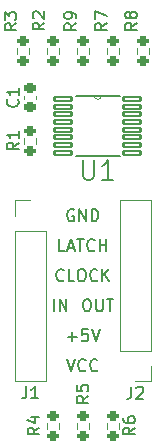
<source format=gto>
%TF.GenerationSoftware,KiCad,Pcbnew,6.0.11*%
%TF.CreationDate,2024-07-26T21:25:56+01:00*%
%TF.ProjectId,7Backpack,37426163-6b70-4616-936b-2e6b69636164,rev?*%
%TF.SameCoordinates,Original*%
%TF.FileFunction,Legend,Top*%
%TF.FilePolarity,Positive*%
%FSLAX46Y46*%
G04 Gerber Fmt 4.6, Leading zero omitted, Abs format (unit mm)*
G04 Created by KiCad (PCBNEW 6.0.11) date 2024-07-26 21:25:56*
%MOMM*%
%LPD*%
G01*
G04 APERTURE LIST*
G04 Aperture macros list*
%AMRoundRect*
0 Rectangle with rounded corners*
0 $1 Rounding radius*
0 $2 $3 $4 $5 $6 $7 $8 $9 X,Y pos of 4 corners*
0 Add a 4 corners polygon primitive as box body*
4,1,4,$2,$3,$4,$5,$6,$7,$8,$9,$2,$3,0*
0 Add four circle primitives for the rounded corners*
1,1,$1+$1,$2,$3*
1,1,$1+$1,$4,$5*
1,1,$1+$1,$6,$7*
1,1,$1+$1,$8,$9*
0 Add four rect primitives between the rounded corners*
20,1,$1+$1,$2,$3,$4,$5,0*
20,1,$1+$1,$4,$5,$6,$7,0*
20,1,$1+$1,$6,$7,$8,$9,0*
20,1,$1+$1,$8,$9,$2,$3,0*%
G04 Aperture macros list end*
%ADD10C,0.150000*%
%ADD11C,0.120000*%
%ADD12C,0.152400*%
%ADD13C,0.100000*%
%ADD14RoundRect,0.200000X-0.275000X0.200000X-0.275000X-0.200000X0.275000X-0.200000X0.275000X0.200000X0*%
%ADD15RoundRect,0.200000X0.275000X-0.200000X0.275000X0.200000X-0.275000X0.200000X-0.275000X-0.200000X0*%
%ADD16R,1.700000X1.700000*%
%ADD17O,1.700000X1.700000*%
%ADD18RoundRect,0.225000X0.250000X-0.225000X0.250000X0.225000X-0.250000X0.225000X-0.250000X-0.225000X0*%
%ADD19RoundRect,0.102000X-0.736600X-0.177800X0.736600X-0.177800X0.736600X0.177800X-0.736600X0.177800X0*%
%ADD20RoundRect,0.102000X0.609000X-0.609000X0.609000X0.609000X-0.609000X0.609000X-0.609000X-0.609000X0*%
%ADD21C,1.422000*%
G04 APERTURE END LIST*
D10*
X103886190Y-113482380D02*
X103410000Y-113482380D01*
X103410000Y-112482380D01*
X104171904Y-113196666D02*
X104648095Y-113196666D01*
X104076666Y-113482380D02*
X104410000Y-112482380D01*
X104743333Y-113482380D01*
X104933809Y-112482380D02*
X105505238Y-112482380D01*
X105219523Y-113482380D02*
X105219523Y-112482380D01*
X106410000Y-113387142D02*
X106362380Y-113434761D01*
X106219523Y-113482380D01*
X106124285Y-113482380D01*
X105981428Y-113434761D01*
X105886190Y-113339523D01*
X105838571Y-113244285D01*
X105790952Y-113053809D01*
X105790952Y-112910952D01*
X105838571Y-112720476D01*
X105886190Y-112625238D01*
X105981428Y-112530000D01*
X106124285Y-112482380D01*
X106219523Y-112482380D01*
X106362380Y-112530000D01*
X106410000Y-112577619D01*
X106838571Y-113482380D02*
X106838571Y-112482380D01*
X106838571Y-112958571D02*
X107410000Y-112958571D01*
X107410000Y-113482380D02*
X107410000Y-112482380D01*
X103790952Y-115927142D02*
X103743333Y-115974761D01*
X103600476Y-116022380D01*
X103505238Y-116022380D01*
X103362380Y-115974761D01*
X103267142Y-115879523D01*
X103219523Y-115784285D01*
X103171904Y-115593809D01*
X103171904Y-115450952D01*
X103219523Y-115260476D01*
X103267142Y-115165238D01*
X103362380Y-115070000D01*
X103505238Y-115022380D01*
X103600476Y-115022380D01*
X103743333Y-115070000D01*
X103790952Y-115117619D01*
X104695714Y-116022380D02*
X104219523Y-116022380D01*
X104219523Y-115022380D01*
X105219523Y-115022380D02*
X105410000Y-115022380D01*
X105505238Y-115070000D01*
X105600476Y-115165238D01*
X105648095Y-115355714D01*
X105648095Y-115689047D01*
X105600476Y-115879523D01*
X105505238Y-115974761D01*
X105410000Y-116022380D01*
X105219523Y-116022380D01*
X105124285Y-115974761D01*
X105029047Y-115879523D01*
X104981428Y-115689047D01*
X104981428Y-115355714D01*
X105029047Y-115165238D01*
X105124285Y-115070000D01*
X105219523Y-115022380D01*
X106648095Y-115927142D02*
X106600476Y-115974761D01*
X106457619Y-116022380D01*
X106362380Y-116022380D01*
X106219523Y-115974761D01*
X106124285Y-115879523D01*
X106076666Y-115784285D01*
X106029047Y-115593809D01*
X106029047Y-115450952D01*
X106076666Y-115260476D01*
X106124285Y-115165238D01*
X106219523Y-115070000D01*
X106362380Y-115022380D01*
X106457619Y-115022380D01*
X106600476Y-115070000D01*
X106648095Y-115117619D01*
X107076666Y-116022380D02*
X107076666Y-115022380D01*
X107648095Y-116022380D02*
X107219523Y-115450952D01*
X107648095Y-115022380D02*
X107076666Y-115593809D01*
X104076666Y-122642380D02*
X104410000Y-123642380D01*
X104743333Y-122642380D01*
X105648095Y-123547142D02*
X105600476Y-123594761D01*
X105457619Y-123642380D01*
X105362380Y-123642380D01*
X105219523Y-123594761D01*
X105124285Y-123499523D01*
X105076666Y-123404285D01*
X105029047Y-123213809D01*
X105029047Y-123070952D01*
X105076666Y-122880476D01*
X105124285Y-122785238D01*
X105219523Y-122690000D01*
X105362380Y-122642380D01*
X105457619Y-122642380D01*
X105600476Y-122690000D01*
X105648095Y-122737619D01*
X106648095Y-123547142D02*
X106600476Y-123594761D01*
X106457619Y-123642380D01*
X106362380Y-123642380D01*
X106219523Y-123594761D01*
X106124285Y-123499523D01*
X106076666Y-123404285D01*
X106029047Y-123213809D01*
X106029047Y-123070952D01*
X106076666Y-122880476D01*
X106124285Y-122785238D01*
X106219523Y-122690000D01*
X106362380Y-122642380D01*
X106457619Y-122642380D01*
X106600476Y-122690000D01*
X106648095Y-122737619D01*
X102981190Y-118562380D02*
X102981190Y-117562380D01*
X103457380Y-118562380D02*
X103457380Y-117562380D01*
X104028809Y-118562380D01*
X104028809Y-117562380D01*
X105680000Y-117562380D02*
X105870476Y-117562380D01*
X105965714Y-117610000D01*
X106060952Y-117705238D01*
X106108571Y-117895714D01*
X106108571Y-118229047D01*
X106060952Y-118419523D01*
X105965714Y-118514761D01*
X105870476Y-118562380D01*
X105680000Y-118562380D01*
X105584761Y-118514761D01*
X105489523Y-118419523D01*
X105441904Y-118229047D01*
X105441904Y-117895714D01*
X105489523Y-117705238D01*
X105584761Y-117610000D01*
X105680000Y-117562380D01*
X106537142Y-117562380D02*
X106537142Y-118371904D01*
X106584761Y-118467142D01*
X106632380Y-118514761D01*
X106727619Y-118562380D01*
X106918095Y-118562380D01*
X107013333Y-118514761D01*
X107060952Y-118467142D01*
X107108571Y-118371904D01*
X107108571Y-117562380D01*
X107441904Y-117562380D02*
X108013333Y-117562380D01*
X107727619Y-118562380D02*
X107727619Y-117562380D01*
X104124285Y-120721428D02*
X104886190Y-120721428D01*
X104505238Y-121102380D02*
X104505238Y-120340476D01*
X105838571Y-120102380D02*
X105362380Y-120102380D01*
X105314761Y-120578571D01*
X105362380Y-120530952D01*
X105457619Y-120483333D01*
X105695714Y-120483333D01*
X105790952Y-120530952D01*
X105838571Y-120578571D01*
X105886190Y-120673809D01*
X105886190Y-120911904D01*
X105838571Y-121007142D01*
X105790952Y-121054761D01*
X105695714Y-121102380D01*
X105457619Y-121102380D01*
X105362380Y-121054761D01*
X105314761Y-121007142D01*
X106171904Y-120102380D02*
X106505238Y-121102380D01*
X106838571Y-120102380D01*
X104648095Y-109990000D02*
X104552857Y-109942380D01*
X104410000Y-109942380D01*
X104267142Y-109990000D01*
X104171904Y-110085238D01*
X104124285Y-110180476D01*
X104076666Y-110370952D01*
X104076666Y-110513809D01*
X104124285Y-110704285D01*
X104171904Y-110799523D01*
X104267142Y-110894761D01*
X104410000Y-110942380D01*
X104505238Y-110942380D01*
X104648095Y-110894761D01*
X104695714Y-110847142D01*
X104695714Y-110513809D01*
X104505238Y-110513809D01*
X105124285Y-110942380D02*
X105124285Y-109942380D01*
X105695714Y-110942380D01*
X105695714Y-109942380D01*
X106171904Y-110942380D02*
X106171904Y-109942380D01*
X106410000Y-109942380D01*
X106552857Y-109990000D01*
X106648095Y-110085238D01*
X106695714Y-110180476D01*
X106743333Y-110370952D01*
X106743333Y-110513809D01*
X106695714Y-110704285D01*
X106648095Y-110799523D01*
X106552857Y-110894761D01*
X106410000Y-110942380D01*
X106171904Y-110942380D01*
%TO.C,R4*%
X101736002Y-128419769D02*
X101259812Y-128753103D01*
X101736002Y-128991198D02*
X100736002Y-128991198D01*
X100736002Y-128610245D01*
X100783622Y-128515007D01*
X100831241Y-128467388D01*
X100926479Y-128419769D01*
X101069336Y-128419769D01*
X101164574Y-128467388D01*
X101212193Y-128515007D01*
X101259812Y-128610245D01*
X101259812Y-128991198D01*
X101069336Y-127562626D02*
X101736002Y-127562626D01*
X100688383Y-127800722D02*
X101402669Y-128038817D01*
X101402669Y-127419769D01*
%TO.C,R9*%
X104853160Y-94198293D02*
X104376970Y-94531627D01*
X104853160Y-94769722D02*
X103853160Y-94769722D01*
X103853160Y-94388769D01*
X103900780Y-94293531D01*
X103948399Y-94245912D01*
X104043637Y-94198293D01*
X104186494Y-94198293D01*
X104281732Y-94245912D01*
X104329351Y-94293531D01*
X104376970Y-94388769D01*
X104376970Y-94769722D01*
X104853160Y-93722103D02*
X104853160Y-93531627D01*
X104805541Y-93436388D01*
X104757922Y-93388769D01*
X104615065Y-93293531D01*
X104424589Y-93245912D01*
X104043637Y-93245912D01*
X103948399Y-93293531D01*
X103900780Y-93341150D01*
X103853160Y-93436388D01*
X103853160Y-93626865D01*
X103900780Y-93722103D01*
X103948399Y-93769722D01*
X104043637Y-93817341D01*
X104281732Y-93817341D01*
X104376970Y-93769722D01*
X104424589Y-93722103D01*
X104472208Y-93626865D01*
X104472208Y-93436388D01*
X104424589Y-93341150D01*
X104376970Y-93293531D01*
X104281732Y-93245912D01*
%TO.C,R8*%
X110002983Y-94159572D02*
X109526793Y-94492906D01*
X110002983Y-94731001D02*
X109002983Y-94731001D01*
X109002983Y-94350048D01*
X109050603Y-94254810D01*
X109098222Y-94207191D01*
X109193460Y-94159572D01*
X109336317Y-94159572D01*
X109431555Y-94207191D01*
X109479174Y-94254810D01*
X109526793Y-94350048D01*
X109526793Y-94731001D01*
X109431555Y-93588144D02*
X109383936Y-93683382D01*
X109336317Y-93731001D01*
X109241079Y-93778620D01*
X109193460Y-93778620D01*
X109098222Y-93731001D01*
X109050603Y-93683382D01*
X109002983Y-93588144D01*
X109002983Y-93397667D01*
X109050603Y-93302429D01*
X109098222Y-93254810D01*
X109193460Y-93207191D01*
X109241079Y-93207191D01*
X109336317Y-93254810D01*
X109383936Y-93302429D01*
X109431555Y-93397667D01*
X109431555Y-93588144D01*
X109479174Y-93683382D01*
X109526793Y-93731001D01*
X109622031Y-93778620D01*
X109812507Y-93778620D01*
X109907745Y-93731001D01*
X109955364Y-93683382D01*
X110002983Y-93588144D01*
X110002983Y-93397667D01*
X109955364Y-93302429D01*
X109907745Y-93254810D01*
X109812507Y-93207191D01*
X109622031Y-93207191D01*
X109526793Y-93254810D01*
X109479174Y-93302429D01*
X109431555Y-93397667D01*
%TO.C,R7*%
X107460339Y-94185386D02*
X106984149Y-94518720D01*
X107460339Y-94756815D02*
X106460339Y-94756815D01*
X106460339Y-94375862D01*
X106507959Y-94280624D01*
X106555578Y-94233005D01*
X106650816Y-94185386D01*
X106793673Y-94185386D01*
X106888911Y-94233005D01*
X106936530Y-94280624D01*
X106984149Y-94375862D01*
X106984149Y-94756815D01*
X106460339Y-93852053D02*
X106460339Y-93185386D01*
X107460339Y-93613958D01*
%TO.C,J1*%
X100631666Y-124940764D02*
X100631666Y-125655050D01*
X100584047Y-125797907D01*
X100488809Y-125893145D01*
X100345952Y-125940764D01*
X100250714Y-125940764D01*
X101631666Y-125940764D02*
X101060238Y-125940764D01*
X101345952Y-125940764D02*
X101345952Y-124940764D01*
X101250714Y-125083622D01*
X101155476Y-125178860D01*
X101060238Y-125226479D01*
%TO.C,C1*%
X99892142Y-100637266D02*
X99939761Y-100684885D01*
X99987380Y-100827742D01*
X99987380Y-100922980D01*
X99939761Y-101065838D01*
X99844523Y-101161076D01*
X99749285Y-101208695D01*
X99558809Y-101256314D01*
X99415952Y-101256314D01*
X99225476Y-101208695D01*
X99130238Y-101161076D01*
X99035000Y-101065838D01*
X98987380Y-100922980D01*
X98987380Y-100827742D01*
X99035000Y-100684885D01*
X99082619Y-100637266D01*
X99987380Y-99684885D02*
X99987380Y-100256314D01*
X99987380Y-99970600D02*
X98987380Y-99970600D01*
X99130238Y-100065838D01*
X99225476Y-100161076D01*
X99273095Y-100256314D01*
%TO.C,R5*%
X105884358Y-125743410D02*
X105408168Y-126076744D01*
X105884358Y-126314839D02*
X104884358Y-126314839D01*
X104884358Y-125933886D01*
X104931978Y-125838648D01*
X104979597Y-125791029D01*
X105074835Y-125743410D01*
X105217692Y-125743410D01*
X105312930Y-125791029D01*
X105360549Y-125838648D01*
X105408168Y-125933886D01*
X105408168Y-126314839D01*
X104884358Y-124838648D02*
X104884358Y-125314839D01*
X105360549Y-125362458D01*
X105312930Y-125314839D01*
X105265311Y-125219601D01*
X105265311Y-124981505D01*
X105312930Y-124886267D01*
X105360549Y-124838648D01*
X105455787Y-124791029D01*
X105693882Y-124791029D01*
X105789120Y-124838648D01*
X105836739Y-124886267D01*
X105884358Y-124981505D01*
X105884358Y-125219601D01*
X105836739Y-125314839D01*
X105789120Y-125362458D01*
%TO.C,U1*%
X105427842Y-105780011D02*
X105427842Y-107110429D01*
X105506102Y-107266948D01*
X105584362Y-107345208D01*
X105740881Y-107423468D01*
X106053921Y-107423468D01*
X106210440Y-107345208D01*
X106288700Y-107266948D01*
X106366960Y-107110429D01*
X106366960Y-105780011D01*
X108010417Y-107423468D02*
X107071299Y-107423468D01*
X107540858Y-107423468D02*
X107540858Y-105780011D01*
X107384338Y-106014791D01*
X107227819Y-106171310D01*
X107071299Y-106249570D01*
%TO.C,R1*%
X99987380Y-104306666D02*
X99511190Y-104640000D01*
X99987380Y-104878095D02*
X98987380Y-104878095D01*
X98987380Y-104497142D01*
X99035000Y-104401904D01*
X99082619Y-104354285D01*
X99177857Y-104306666D01*
X99320714Y-104306666D01*
X99415952Y-104354285D01*
X99463571Y-104401904D01*
X99511190Y-104497142D01*
X99511190Y-104878095D01*
X99987380Y-103354285D02*
X99987380Y-103925714D01*
X99987380Y-103640000D02*
X98987380Y-103640000D01*
X99130238Y-103735238D01*
X99225476Y-103830476D01*
X99273095Y-103925714D01*
%TO.C,R6*%
X109832380Y-128436666D02*
X109356190Y-128770000D01*
X109832380Y-129008095D02*
X108832380Y-129008095D01*
X108832380Y-128627142D01*
X108880000Y-128531904D01*
X108927619Y-128484285D01*
X109022857Y-128436666D01*
X109165714Y-128436666D01*
X109260952Y-128484285D01*
X109308571Y-128531904D01*
X109356190Y-128627142D01*
X109356190Y-129008095D01*
X108832380Y-127579523D02*
X108832380Y-127770000D01*
X108880000Y-127865238D01*
X108927619Y-127912857D01*
X109070476Y-128008095D01*
X109260952Y-128055714D01*
X109641904Y-128055714D01*
X109737142Y-128008095D01*
X109784761Y-127960476D01*
X109832380Y-127865238D01*
X109832380Y-127674761D01*
X109784761Y-127579523D01*
X109737142Y-127531904D01*
X109641904Y-127484285D01*
X109403809Y-127484285D01*
X109308571Y-127531904D01*
X109260952Y-127579523D01*
X109213333Y-127674761D01*
X109213333Y-127865238D01*
X109260952Y-127960476D01*
X109308571Y-128008095D01*
X109403809Y-128055714D01*
%TO.C,R3*%
X99793685Y-94211200D02*
X99317495Y-94544534D01*
X99793685Y-94782629D02*
X98793685Y-94782629D01*
X98793685Y-94401676D01*
X98841305Y-94306438D01*
X98888924Y-94258819D01*
X98984162Y-94211200D01*
X99127019Y-94211200D01*
X99222257Y-94258819D01*
X99269876Y-94306438D01*
X99317495Y-94401676D01*
X99317495Y-94782629D01*
X98793685Y-93877867D02*
X98793685Y-93258819D01*
X99174638Y-93592153D01*
X99174638Y-93449295D01*
X99222257Y-93354057D01*
X99269876Y-93306438D01*
X99365114Y-93258819D01*
X99603209Y-93258819D01*
X99698447Y-93306438D01*
X99746066Y-93354057D01*
X99793685Y-93449295D01*
X99793685Y-93735010D01*
X99746066Y-93830248D01*
X99698447Y-93877867D01*
%TO.C,R2*%
X102168541Y-94146666D02*
X101692351Y-94480000D01*
X102168541Y-94718095D02*
X101168541Y-94718095D01*
X101168541Y-94337142D01*
X101216161Y-94241904D01*
X101263780Y-94194285D01*
X101359018Y-94146666D01*
X101501875Y-94146666D01*
X101597113Y-94194285D01*
X101644732Y-94241904D01*
X101692351Y-94337142D01*
X101692351Y-94718095D01*
X101263780Y-93765714D02*
X101216161Y-93718095D01*
X101168541Y-93622857D01*
X101168541Y-93384761D01*
X101216161Y-93289523D01*
X101263780Y-93241904D01*
X101359018Y-93194285D01*
X101454256Y-93194285D01*
X101597113Y-93241904D01*
X102168541Y-93813333D01*
X102168541Y-93194285D01*
%TO.C,J2*%
X109521666Y-124972380D02*
X109521666Y-125686666D01*
X109474047Y-125829523D01*
X109378809Y-125924761D01*
X109235952Y-125972380D01*
X109140714Y-125972380D01*
X109950238Y-125067619D02*
X109997857Y-125020000D01*
X110093095Y-124972380D01*
X110331190Y-124972380D01*
X110426428Y-125020000D01*
X110474047Y-125067619D01*
X110521666Y-125162857D01*
X110521666Y-125258095D01*
X110474047Y-125400952D01*
X109902619Y-125972380D01*
X110521666Y-125972380D01*
D11*
%TO.C,R4*%
X103392500Y-128032742D02*
X103392500Y-128507258D01*
X102347500Y-128032742D02*
X102347500Y-128507258D01*
%TO.C,R9*%
X104887500Y-96757258D02*
X104887500Y-96282742D01*
X105932500Y-96757258D02*
X105932500Y-96282742D01*
%TO.C,R8*%
X109967500Y-96757258D02*
X109967500Y-96282742D01*
X111012500Y-96757258D02*
X111012500Y-96282742D01*
%TO.C,R7*%
X108472500Y-96757258D02*
X108472500Y-96282742D01*
X107427500Y-96757258D02*
X107427500Y-96282742D01*
%TO.C,J1*%
X99635000Y-111760000D02*
X102295000Y-111760000D01*
X99635000Y-109160000D02*
X100965000Y-109160000D01*
X99635000Y-111760000D02*
X99635000Y-124520000D01*
X102295000Y-111760000D02*
X102295000Y-124520000D01*
X99635000Y-124520000D02*
X102295000Y-124520000D01*
X99635000Y-110490000D02*
X99635000Y-109160000D01*
%TO.C,C1*%
X101475000Y-100611180D02*
X101475000Y-100330020D01*
X100455000Y-100611180D02*
X100455000Y-100330020D01*
%TO.C,R5*%
X105932500Y-128032742D02*
X105932500Y-128507258D01*
X104887500Y-128032742D02*
X104887500Y-128507258D01*
D12*
%TO.C,U1*%
X104800400Y-105410000D02*
X108559600Y-105410000D01*
X108559600Y-100330000D02*
X106984800Y-100330000D01*
X106375200Y-100330000D02*
X104800400Y-100330000D01*
X106984800Y-100330000D02*
X106375200Y-100330000D01*
D13*
X106375200Y-100330000D02*
G75*
G03*
X106984800Y-100330000I304800J0D01*
G01*
D11*
%TO.C,R1*%
X100442500Y-104377258D02*
X100442500Y-103902742D01*
X101487500Y-104377258D02*
X101487500Y-103902742D01*
%TO.C,R6*%
X107427500Y-128032742D02*
X107427500Y-128507258D01*
X108472500Y-128032742D02*
X108472500Y-128507258D01*
%TO.C,R3*%
X99807500Y-96757258D02*
X99807500Y-96282742D01*
X100852500Y-96757258D02*
X100852500Y-96282742D01*
%TO.C,R2*%
X102347500Y-96757258D02*
X102347500Y-96282742D01*
X103392500Y-96757258D02*
X103392500Y-96282742D01*
%TO.C,J2*%
X111185000Y-121920000D02*
X108525000Y-121920000D01*
X111185000Y-109160000D02*
X108525000Y-109160000D01*
X111185000Y-124520000D02*
X109855000Y-124520000D01*
X111185000Y-123190000D02*
X111185000Y-124520000D01*
X111185000Y-121920000D02*
X111185000Y-109160000D01*
X108525000Y-121920000D02*
X108525000Y-109160000D01*
%TD*%
%LPC*%
D14*
%TO.C,R4*%
X102870000Y-127445000D03*
X102870000Y-129095000D03*
%TD*%
D15*
%TO.C,R9*%
X105410000Y-97345000D03*
X105410000Y-95695000D03*
%TD*%
%TO.C,R8*%
X110490000Y-97345000D03*
X110490000Y-95695000D03*
%TD*%
%TO.C,R7*%
X107950000Y-97345000D03*
X107950000Y-95695000D03*
%TD*%
D16*
%TO.C,J1*%
X100965000Y-110490000D03*
D17*
X100965000Y-113030000D03*
X100965000Y-115570000D03*
X100965000Y-118110000D03*
X100965000Y-120650000D03*
X100965000Y-123190000D03*
%TD*%
D18*
%TO.C,C1*%
X100965000Y-101245600D03*
X100965000Y-99695600D03*
%TD*%
D14*
%TO.C,R5*%
X105410000Y-127445000D03*
X105410000Y-129095000D03*
%TD*%
D19*
%TO.C,U1*%
X103759000Y-100584000D03*
X103759000Y-101244400D03*
X103759000Y-101904800D03*
X103759000Y-102539800D03*
X103759000Y-103200200D03*
X103759000Y-103835200D03*
X103759000Y-104495600D03*
X103759000Y-105156000D03*
X109601000Y-105156000D03*
X109601000Y-104495600D03*
X109601000Y-103835200D03*
X109601000Y-103200200D03*
X109601000Y-102539800D03*
X109601000Y-101904800D03*
X109601000Y-101244400D03*
X109601000Y-100584000D03*
%TD*%
D15*
%TO.C,R1*%
X100965000Y-104965000D03*
X100965000Y-103315000D03*
%TD*%
D14*
%TO.C,R6*%
X107950000Y-127445000D03*
X107950000Y-129095000D03*
%TD*%
D15*
%TO.C,R3*%
X100330000Y-97345000D03*
X100330000Y-95695000D03*
%TD*%
%TO.C,R2*%
X102870000Y-97345000D03*
X102870000Y-95695000D03*
%TD*%
D16*
%TO.C,J2*%
X109855000Y-123190000D03*
D17*
X109855000Y-120650000D03*
X109855000Y-118110000D03*
X109855000Y-115570000D03*
X109855000Y-113030000D03*
X109855000Y-110490000D03*
%TD*%
D20*
%TO.C,U2*%
X110490000Y-132428500D03*
D21*
X107950000Y-132428500D03*
X105410000Y-132428500D03*
X102870000Y-132428500D03*
X100330000Y-132428500D03*
X100330000Y-84428500D03*
X100330000Y-72428500D03*
X100330000Y-92428500D03*
X100330000Y-53688500D03*
X102870000Y-84428500D03*
X102870000Y-53688500D03*
X102870000Y-72428500D03*
X102870000Y-92428500D03*
X105410000Y-84428500D03*
X105410000Y-53688500D03*
X105410000Y-72428500D03*
X105410000Y-92428500D03*
X107950000Y-53688500D03*
X107950000Y-92428500D03*
X107950000Y-72428500D03*
X107950000Y-84428500D03*
X110490000Y-84428500D03*
X110490000Y-92428500D03*
X110490000Y-72428500D03*
X110490000Y-53688500D03*
%TD*%
M02*

</source>
